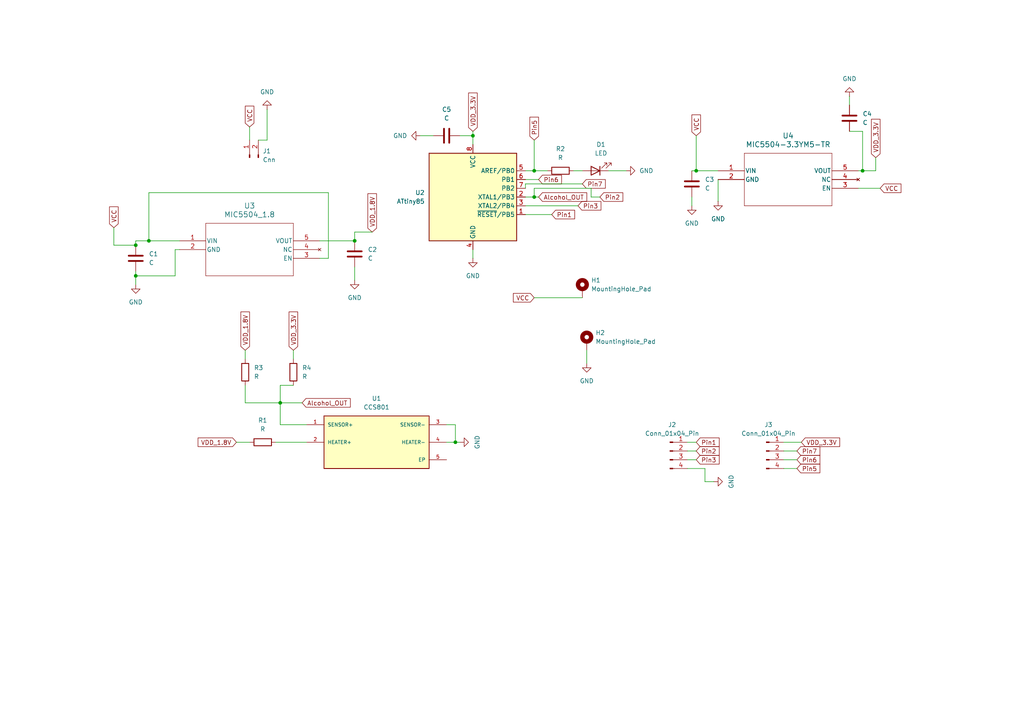
<source format=kicad_sch>
(kicad_sch (version 20231120) (generator "eeschema") (generator_version "8.0")
  (paper "A4")
  (lib_symbols
    (symbol "CCS803:CCS801" (pin_names (offset 1.016))
      (property "Reference" "U" (at -15.24 8.382 0))
      (property "Value" "CCS801" (at -15.24 -10.16 0))
      (symbol "CCS801_0_0"
        (rectangle (start -15.24 -7.62) (end 15.24 7.62) (stroke (width 0.254)) (fill (type background)))
        (pin output line (at -20.32 5.08 0) (length 5.08) (name "SENSOR+") (number "1"))
        (pin input line (at -20.32 0 0) (length 5.08) (name "HEATER+") (number "2"))
        (pin passive line (at 20.32 5.08 180) (length 5.08) (name "SENSOR-") (number "3"))
        (pin passive line (at 20.32 0 180) (length 5.08) (name "HEATER-") (number "4"))
        (pin power_in line (at 20.32 -5.08 180) (length 5.08) (name "EP") (number "5"))
      )
    )
    (symbol "Connector:Conn_01x02_Pin" (pin_names (offset 1.016) hide)
      (property "Reference" "J" (at 0 2.54 0))
      (property "Value" "Conn_01x02_Pin" (at 0 -5.08 0))
      (symbol "Conn_01x02_Pin_1_1"
        (polyline (pts (xy 1.27 -2.54) (xy 0.8636 -2.54)) (stroke (width 0.1524)))
        (polyline (pts (xy 1.27 0) (xy 0.8636 0)) (stroke (width 0.1524)))
        (rectangle (start 0.8636 -2.413) (end 0 -2.667) (stroke (width 0.1524)) (fill (type outline)))
        (rectangle (start 0.8636 0.127) (end 0 -0.127) (stroke (width 0.1524)) (fill (type outline)))
        (pin passive line (at 5.08 0 180) (length 3.81) (name "Pin_1") (number "1"))
        (pin passive line (at 5.08 -2.54 180) (length 3.81) (name "Pin_2") (number "2"))
      )
    )
    (symbol "Connector:Conn_01x04_Pin" (pin_names (offset 1.016) hide)
      (property "Reference" "J" (at 0 5.08 0))
      (property "Value" "Conn_01x04_Pin" (at 0 -7.62 0))
      (symbol "Conn_01x04_Pin_1_1"
        (polyline (pts (xy 1.27 -5.08) (xy 0.8636 -5.08)) (stroke (width 0.1524)))
        (polyline (pts (xy 1.27 -2.54) (xy 0.8636 -2.54)) (stroke (width 0.1524)))
        (polyline (pts (xy 1.27 0) (xy 0.8636 0)) (stroke (width 0.1524)))
        (polyline (pts (xy 1.27 2.54) (xy 0.8636 2.54)) (stroke (width 0.1524)))
        (rectangle (start 0.8636 -4.953) (end 0 -5.207) (stroke (width 0.1524)) (fill (type outline)))
        (rectangle (start 0.8636 -2.413) (end 0 -2.667) (stroke (width 0.1524)) (fill (type outline)))
        (rectangle (start 0.8636 0.127) (end 0 -0.127) (stroke (width 0.1524)) (fill (type outline)))
        (rectangle (start 0.8636 2.667) (end 0 2.413) (stroke (width 0.1524)) (fill (type outline)))
        (pin passive line (at 5.08 2.54 180) (length 3.81) (name "Pin_1") (number "1"))
        (pin passive line (at 5.08 0 180) (length 3.81) (name "Pin_2") (number "2"))
        (pin passive line (at 5.08 -2.54 180) (length 3.81) (name "Pin_3") (number "3"))
        (pin passive line (at 5.08 -5.08 180) (length 3.81) (name "Pin_4") (number "4"))
      )
    )
    (symbol "Device:C" (pin_numbers hide) (pin_names (offset 0.254))
      (property "Reference" "C" (at 0.635 2.54 0))
      (property "Value" "C" (at 0.635 -2.54 0))
      (symbol "C_0_1"
        (polyline (pts (xy -2.032 -0.762) (xy 2.032 -0.762)) (stroke (width 0.508)))
        (polyline (pts (xy -2.032 0.762) (xy 2.032 0.762)) (stroke (width 0.508)))
      )
      (symbol "C_1_1"
        (pin passive line (at 0 3.81 270) (length 2.794) (name "~") (number "1"))
        (pin passive line (at 0 -3.81 90) (length 2.794) (name "~") (number "2"))
      )
    )
    (symbol "Device:LED" (pin_numbers hide) (pin_names (offset 1.016) hide)
      (property "Reference" "D" (at 0 2.54 0))
      (property "Value" "LED" (at 0 -2.54 0))
      (symbol "LED_0_1"
        (polyline (pts (xy -1.27 -1.27) (xy -1.27 1.27)) (stroke (width 0.254)))
        (polyline (pts (xy -1.27 0) (xy 1.27 0)))
        (polyline (pts (xy 1.27 -1.27) (xy 1.27 1.27) (xy -1.27 0) (xy 1.27 -1.27)) (stroke (width 0.254)))
        (polyline (pts (xy -3.048 -0.762) (xy -4.572 -2.286) (xy -3.81 -2.286) (xy -4.572 -2.286) (xy -4.572 -1.524)))
        (polyline (pts (xy -1.778 -0.762) (xy -3.302 -2.286) (xy -2.54 -2.286) (xy -3.302 -2.286) (xy -3.302 -1.524)))
      )
      (symbol "LED_1_1"
        (pin passive line (at -3.81 0 0) (length 2.54) (name "K") (number "1"))
        (pin passive line (at 3.81 0 180) (length 2.54) (name "A") (number "2"))
      )
    )
    (symbol "Device:R" (pin_numbers hide) (pin_names (offset 0))
      (property "Reference" "R" (at 2.032 0 90))
      (property "Value" "R" (at 0 0 90))
      (symbol "R_0_1"
        (rectangle (start -1.016 -2.54) (end 1.016 2.54) (stroke (width 0.254)))
      )
      (symbol "R_1_1"
        (pin passive line (at 0 3.81 270) (length 1.27) (name "~") (number "1"))
        (pin passive line (at 0 -3.81 90) (length 1.27) (name "~") (number "2"))
      )
    )
    (symbol "MCU_Microchip_ATtiny:ATtiny85-20S"
      (property "Reference" "U" (at -12.7 13.97 0))
      (property "Value" "ATtiny85-20S" (at 2.54 -13.97 0))
      (symbol "ATtiny85-20S_0_1"
        (rectangle (start -12.7 -12.7) (end 12.7 12.7) (stroke (width 0.254)) (fill (type background)))
      )
      (symbol "ATtiny85-20S_1_1"
        (pin bidirectional line (at 15.24 -5.08 180) (length 2.54) (name "~{RESET}/PB5") (number "1"))
        (pin bidirectional line (at 15.24 0 180) (length 2.54) (name "XTAL1/PB3") (number "2"))
        (pin bidirectional line (at 15.24 -2.54 180) (length 2.54) (name "XTAL2/PB4") (number "3"))
        (pin power_in line (at 0 -15.24 90) (length 2.54) (name "GND") (number "4"))
        (pin bidirectional line (at 15.24 7.62 180) (length 2.54) (name "AREF/PB0") (number "5"))
        (pin bidirectional line (at 15.24 5.08 180) (length 2.54) (name "PB1") (number "6"))
        (pin bidirectional line (at 15.24 2.54 180) (length 2.54) (name "PB2") (number "7"))
        (pin power_in line (at 0 15.24 270) (length 2.54) (name "VCC") (number "8"))
      )
    )
    (symbol "MIC5504:MIC5504-3.3YM5-TR" (pin_names (offset 0.254))
      (property "Reference" "U" (at 20.32 10.16 0))
      (property "Value" "MIC5504-3.3YM5-TR" (at 20.32 7.62 0))
      (symbol "MIC5504-3.3YM5-TR_0_1"
        (polyline (pts (xy 7.62 -10.16) (xy 33.02 -10.16)) (stroke (width 0.127)))
        (polyline (pts (xy 7.62 5.08) (xy 7.62 -10.16)) (stroke (width 0.127)))
        (polyline (pts (xy 33.02 -10.16) (xy 33.02 5.08)) (stroke (width 0.127)))
        (polyline (pts (xy 33.02 5.08) (xy 7.62 5.08)) (stroke (width 0.127)))
        (pin input line (at 0 0 0) (length 7.62) (name "VIN") (number "1"))
        (pin power_in line (at 0 -2.54 0) (length 7.62) (name "GND") (number "2"))
        (pin input line (at 40.64 -5.08 180) (length 7.62) (name "EN") (number "3"))
        (pin no_connect line (at 40.64 -2.54 180) (length 7.62) (name "NC") (number "4"))
        (pin output line (at 40.64 0 180) (length 7.62) (name "VOUT") (number "5"))
      )
    )
    (symbol "MIC5504_1.8V:MIC5504-1.8YM5-TR" (pin_names (offset 0.254))
      (property "Reference" "U" (at 20.32 10.16 0))
      (property "Value" "MIC5504-1.8YM5-TR" (at 20.32 7.62 0))
      (symbol "MIC5504-1.8YM5-TR_0_1"
        (polyline (pts (xy 7.62 -10.16) (xy 33.02 -10.16)) (stroke (width 0.127)))
        (polyline (pts (xy 7.62 5.08) (xy 7.62 -10.16)) (stroke (width 0.127)))
        (polyline (pts (xy 33.02 -10.16) (xy 33.02 5.08)) (stroke (width 0.127)))
        (polyline (pts (xy 33.02 5.08) (xy 7.62 5.08)) (stroke (width 0.127)))
        (pin power_in line (at 0 0 0) (length 7.62) (name "VIN") (number "1"))
        (pin power_out line (at 0 -2.54 0) (length 7.62) (name "GND") (number "2"))
        (pin input line (at 40.64 -5.08 180) (length 7.62) (name "EN") (number "3"))
        (pin no_connect line (at 40.64 -2.54 180) (length 7.62) (name "NC") (number "4"))
        (pin output line (at 40.64 0 180) (length 7.62) (name "VOUT") (number "5"))
      )
    )
    (symbol "Mechanical:MountingHole_Pad" (pin_numbers hide) (pin_names (offset 1.016) hide) (exclude_from_sim yes) (in_bom no)
      (property "Reference" "H" (at 0 6.35 0))
      (property "Value" "MountingHole_Pad" (at 0 4.445 0))
      (symbol "MountingHole_Pad_0_1"
        (circle (center 0 1.27) (radius 1.27) (stroke (width 1.27)))
      )
      (symbol "MountingHole_Pad_1_1"
        (pin input line (at 0 -2.54 90) (length 2.54) (name "1") (number "1"))
      )
    )
    (symbol "power:GND" (power) (pin_numbers hide) (pin_names (offset 0) hide)
      (property "Value" "GND" (at 0 -3.81 0))
      (symbol "GND_0_1"
        (polyline (pts (xy 0 0) (xy 0 -1.27) (xy 1.27 -1.27) (xy 0 -2.54) (xy -1.27 -1.27) (xy 0 -1.27)))
      )
      (symbol "GND_1_1"
        (pin power_in line (at 0 0 270) (length 0) (name "~") (number "1"))
      )
    )
  )
  (junction (at 132.08 128.27))
  (junction (at 39.37 71.12))
  (junction (at 201.93 49.53))
  (junction (at 154.94 57.15))
  (junction (at 250.19 49.53))
  (junction (at 43.18 69.85))
  (junction (at 102.87 69.85))
  (junction (at 154.94 49.53))
  (junction (at 137.16 39.37))
  (junction (at 81.28 116.84))
  (junction (at 39.37 80.01))
  (wire (pts (xy 227.33 135.89) (xy 231.14 135.89)))
  (wire (pts (xy 199.39 128.27) (xy 201.93 128.27)))
  (wire (pts (xy 68.58 128.27) (xy 72.39 128.27)))
  (wire (pts (xy 80.01 128.27) (xy 88.9 128.27)))
  (wire (pts (xy 92.71 74.93) (xy 95.25 74.93)))
  (wire (pts (xy 132.08 128.27) (xy 133.35 128.27)))
  (wire (pts (xy 204.47 139.7) (xy 207.01 139.7)))
  (wire (pts (xy 85.09 101.6) (xy 85.09 104.14)))
  (wire (pts (xy 81.28 111.76) (xy 81.28 116.84)))
  (wire (pts (xy 102.87 77.47) (xy 102.87 81.28)))
  (wire (pts (xy 39.37 71.12) (xy 39.37 69.85)))
  (wire (pts (xy 137.16 38.1) (xy 137.16 39.37)))
  (wire (pts (xy 199.39 133.35) (xy 201.93 133.35)))
  (wire (pts (xy 107.95 67.31) (xy 102.87 67.31)))
  (wire (pts (xy 227.33 133.35) (xy 231.14 133.35)))
  (wire (pts (xy 50.8 72.39) (xy 50.8 80.01)))
  (wire (pts (xy 152.4 53.34) (xy 152.4 54.61)))
  (wire (pts (xy 154.94 40.64) (xy 154.94 49.53)))
  (wire (pts (xy 152.4 52.07) (xy 156.21 52.07)))
  (wire (pts (xy 250.19 38.1) (xy 250.19 49.53)))
  (wire (pts (xy 254 45.72) (xy 254 49.53)))
  (wire (pts (xy 246.38 38.1) (xy 250.19 38.1)))
  (wire (pts (xy 77.47 40.64) (xy 74.93 40.64)))
  (wire (pts (xy 33.02 66.04) (xy 33.02 71.12)))
  (wire (pts (xy 204.47 139.7) (xy 204.47 135.89)))
  (wire (pts (xy 227.33 128.27) (xy 232.41 128.27)))
  (wire (pts (xy 102.87 67.31) (xy 102.87 69.85)))
  (wire (pts (xy 170.18 101.6) (xy 170.18 105.41)))
  (wire (pts (xy 33.02 71.12) (xy 39.37 71.12)))
  (wire (pts (xy 248.92 54.61) (xy 255.27 54.61)))
  (wire (pts (xy 152.4 57.15) (xy 154.94 57.15)))
  (wire (pts (xy 71.12 116.84) (xy 81.28 116.84)))
  (wire (pts (xy 43.18 69.85) (xy 52.07 69.85)))
  (wire (pts (xy 88.9 123.19) (xy 81.28 123.19)))
  (wire (pts (xy 199.39 135.89) (xy 204.47 135.89)))
  (wire (pts (xy 201.93 49.53) (xy 208.28 49.53)))
  (wire (pts (xy 95.25 55.88) (xy 43.18 55.88)))
  (wire (pts (xy 39.37 69.85) (xy 43.18 69.85)))
  (wire (pts (xy 168.91 53.34) (xy 152.4 53.34)))
  (wire (pts (xy 85.09 111.76) (xy 81.28 111.76)))
  (wire (pts (xy 132.08 123.19) (xy 132.08 128.27)))
  (wire (pts (xy 52.07 72.39) (xy 50.8 72.39)))
  (wire (pts (xy 201.93 39.37) (xy 201.93 49.53)))
  (wire (pts (xy 250.19 49.53) (xy 248.92 49.53)))
  (wire (pts (xy 121.92 39.37) (xy 125.73 39.37)))
  (wire (pts (xy 208.28 52.07) (xy 208.28 58.42)))
  (wire (pts (xy 173.99 57.15) (xy 171.45 57.15)))
  (wire (pts (xy 152.4 49.53) (xy 154.94 49.53)))
  (wire (pts (xy 50.8 80.01) (xy 39.37 80.01)))
  (wire (pts (xy 171.45 54.61) (xy 154.94 54.61)))
  (wire (pts (xy 152.4 59.69) (xy 167.64 59.69)))
  (wire (pts (xy 71.12 101.6) (xy 71.12 104.14)))
  (wire (pts (xy 43.18 55.88) (xy 43.18 69.85)))
  (wire (pts (xy 200.66 57.15) (xy 200.66 59.69)))
  (wire (pts (xy 254 49.53) (xy 250.19 49.53)))
  (wire (pts (xy 39.37 80.01) (xy 39.37 82.55)))
  (wire (pts (xy 129.54 123.19) (xy 132.08 123.19)))
  (wire (pts (xy 81.28 116.84) (xy 87.63 116.84)))
  (wire (pts (xy 133.35 39.37) (xy 137.16 39.37)))
  (wire (pts (xy 199.39 130.81) (xy 201.93 130.81)))
  (wire (pts (xy 171.45 57.15) (xy 171.45 54.61)))
  (wire (pts (xy 137.16 72.39) (xy 137.16 74.93)))
  (wire (pts (xy 166.37 49.53) (xy 168.91 49.53)))
  (wire (pts (xy 39.37 78.74) (xy 39.37 80.01)))
  (wire (pts (xy 154.94 54.61) (xy 154.94 57.15)))
  (wire (pts (xy 246.38 27.94) (xy 246.38 30.48)))
  (wire (pts (xy 154.94 49.53) (xy 158.75 49.53)))
  (wire (pts (xy 154.94 57.15) (xy 156.21 57.15)))
  (wire (pts (xy 72.39 36.83) (xy 72.39 40.64)))
  (wire (pts (xy 137.16 39.37) (xy 137.16 41.91)))
  (wire (pts (xy 200.66 49.53) (xy 201.93 49.53)))
  (wire (pts (xy 154.94 86.36) (xy 168.91 86.36)))
  (wire (pts (xy 129.54 128.27) (xy 132.08 128.27)))
  (wire (pts (xy 71.12 111.76) (xy 71.12 116.84)))
  (wire (pts (xy 152.4 62.23) (xy 160.02 62.23)))
  (wire (pts (xy 176.53 49.53) (xy 181.61 49.53)))
  (wire (pts (xy 95.25 74.93) (xy 95.25 55.88)))
  (wire (pts (xy 92.71 69.85) (xy 102.87 69.85)))
  (wire (pts (xy 77.47 31.75) (xy 77.47 40.64)))
  (wire (pts (xy 81.28 123.19) (xy 81.28 116.84)))
  (wire (pts (xy 227.33 130.81) (xy 231.14 130.81)))
  (global_label "Alcohol_OUT" (shape input) (at 156.21 57.15 0) (property "Intersheetrefs" "${INTERSHEET_REFS}" (effects (hide yes))))
  (global_label "VDD_3.3V" (shape input) (at 137.16 38.1 90) (property "Intersheetrefs" "${INTERSHEET_REFS}" (effects (hide yes))))
  (global_label "Pin6" (shape input) (at 156.21 52.07 0) (property "Intersheetrefs" "${INTERSHEET_REFS}" (effects (hide yes))))
  (global_label "VCC" (shape input) (at 33.02 66.04 90) (property "Intersheetrefs" "${INTERSHEET_REFS}" (effects (hide yes))))
  (global_label "VDD_1.8V" (shape input) (at 68.58 128.27 180) (property "Intersheetrefs" "${INTERSHEET_REFS}" (effects (hide yes))))
  (global_label "Pin7" (shape input) (at 231.14 130.81 0) (property "Intersheetrefs" "${INTERSHEET_REFS}" (effects (hide yes))))
  (global_label "VCC" (shape input) (at 201.93 39.37 90) (property "Intersheetrefs" "${INTERSHEET_REFS}" (effects (hide yes))))
  (global_label "Pin2" (shape input) (at 201.93 130.81 0) (property "Intersheetrefs" "${INTERSHEET_REFS}" (effects (hide yes))))
  (global_label "Pin6" (shape input) (at 231.14 133.35 0) (property "Intersheetrefs" "${INTERSHEET_REFS}" (effects (hide yes))))
  (global_label "VCC" (shape input) (at 72.39 36.83 90) (property "Intersheetrefs" "${INTERSHEET_REFS}" (effects (hide yes))))
  (global_label "VCC" (shape input) (at 255.27 54.61 0) (property "Intersheetrefs" "${INTERSHEET_REFS}" (effects (hide yes))))
  (global_label "Pin2" (shape input) (at 173.99 57.15 0) (property "Intersheetrefs" "${INTERSHEET_REFS}" (effects (hide yes))))
  (global_label "Pin1" (shape input) (at 160.02 62.23 0) (property "Intersheetrefs" "${INTERSHEET_REFS}" (effects (hide yes))))
  (global_label "VDD_3.3V" (shape input) (at 254 45.72 90) (property "Intersheetrefs" "${INTERSHEET_REFS}" (effects (hide yes))))
  (global_label "Alcohol_OUT" (shape input) (at 87.63 116.84 0) (property "Intersheetrefs" "${INTERSHEET_REFS}" (effects (hide yes))))
  (global_label "Pin5" (shape input) (at 154.94 40.64 90) (property "Intersheetrefs" "${INTERSHEET_REFS}" (effects (hide yes))))
  (global_label "Pin7" (shape input) (at 168.91 53.34 0) (property "Intersheetrefs" "${INTERSHEET_REFS}" (effects (hide yes))))
  (global_label "VCC" (shape input) (at 154.94 86.36 180) (property "Intersheetrefs" "${INTERSHEET_REFS}" (effects (hide yes))))
  (global_label "Pin5" (shape input) (at 231.14 135.89 0) (property "Intersheetrefs" "${INTERSHEET_REFS}" (effects (hide yes))))
  (global_label "Pin3" (shape input) (at 167.64 59.69 0) (property "Intersheetrefs" "${INTERSHEET_REFS}" (effects (hide yes))))
  (global_label "VDD_3.3V" (shape input) (at 85.09 101.6 90) (property "Intersheetrefs" "${INTERSHEET_REFS}" (effects (hide yes))))
  (global_label "Pin1" (shape input) (at 201.93 128.27 0) (property "Intersheetrefs" "${INTERSHEET_REFS}" (effects (hide yes))))
  (global_label "VDD_1.8V" (shape input) (at 71.12 101.6 90) (property "Intersheetrefs" "${INTERSHEET_REFS}" (effects (hide yes))))
  (global_label "Pin3" (shape input) (at 201.93 133.35 0) (property "Intersheetrefs" "${INTERSHEET_REFS}" (effects (hide yes))))
  (global_label "VDD_1.8V" (shape input) (at 107.95 67.31 90) (property "Intersheetrefs" "${INTERSHEET_REFS}" (effects (hide yes))))
  (global_label "VDD_3.3V" (shape input) (at 232.41 128.27 0) (property "Intersheetrefs" "${INTERSHEET_REFS}" (effects (hide yes))))
  (symbol (lib_id "power:GND") (at 102.87 81.28 0) (unit 1)
    (property "Reference" "#PWR06" (effects (hide yes)))
    (property "Value" "GND" (at 102.87 86.36 0))
    (property "Description" "Power symbol creates a global label with name \"GND\" , ground" (effects (hide yes)))
  )
  (symbol (lib_id "Device:C") (at 102.87 73.66 0) (unit 1)
    (property "Reference" "C2" (at 106.68 72.3899 0) (effects (justify left)))
    (property "Value" "C" (at 106.68 74.9299 0) (effects (justify left)))
    (property "Footprint" "Capacitor_SMD:C_0603_1608Metric_Pad1.08x0.95mm_HandSolder" (effects (hide yes)))
    (property "Description" "Unpolarized capacitor" (effects (hide yes)))
  )
  (symbol (lib_id "power:GND") (at 121.92 39.37 270) (unit 1)
    (property "Reference" "#PWR012" (effects (hide yes)))
    (property "Value" "GND" (at 118.11 39.3699 90) (effects (justify right)))
    (property "Description" "Power symbol creates a global label with name \"GND\" , ground" (effects (hide yes)))
  )
  (symbol (lib_id "Device:LED") (at 172.72 49.53 180) (unit 1)
    (property "Reference" "D1" (at 174.3075 41.91 0))
    (property "Value" "LED" (at 174.3075 44.45 0))
    (property "Footprint" "LED_SMD:LED_0805_2012Metric_Pad1.15x1.40mm_HandSolder" (effects (hide yes)))
    (property "Description" "Light emitting diode" (effects (hide yes)))
  )
  (symbol (lib_id "power:GND") (at 133.35 128.27 90) (unit 1)
    (property "Reference" "#PWR02" (effects (hide yes)))
    (property "Value" "GND" (at 138.43 128.27 0))
    (property "Description" "Power symbol creates a global label with name \"GND\" , ground" (effects (hide yes)))
  )
  (symbol (lib_id "power:GND") (at 170.18 105.41 0) (unit 1)
    (property "Reference" "#PWR07" (effects (hide yes)))
    (property "Value" "GND" (at 170.18 110.49 0))
    (property "Description" "Power symbol creates a global label with name \"GND\" , ground" (effects (hide yes)))
  )
  (symbol (lib_id "Mechanical:MountingHole_Pad") (at 168.91 83.82 0) (unit 1) (exclude_from_sim yes) (in_bom no)
    (property "Reference" "H1" (at 171.45 81.2799 0) (effects (justify left)))
    (property "Value" "MountingHole_Pad" (at 171.45 83.8199 0) (effects (justify left)))
    (property "Footprint" "MountingHole:MT_Hole" (effects (hide yes)))
    (property "Description" "Mounting Hole with connection" (effects (hide yes)))
  )
  (symbol (lib_id "power:GND") (at 39.37 82.55 0) (unit 1)
    (property "Reference" "#PWR05" (effects (hide yes)))
    (property "Value" "GND" (at 39.37 87.63 0))
    (property "Description" "Power symbol creates a global label with name \"GND\" , ground" (effects (hide yes)))
  )
  (symbol (lib_id "Device:C") (at 129.54 39.37 90) (unit 1)
    (property "Reference" "C5" (at 129.54 31.75 90))
    (property "Value" "C" (at 129.54 34.29 90))
    (property "Footprint" "Capacitor_SMD:C_0603_1608Metric_Pad1.08x0.95mm_HandSolder" (effects (hide yes)))
    (property "Description" "Unpolarized capacitor" (effects (hide yes)))
  )
  (symbol (lib_id "Device:C") (at 39.37 74.93 0) (unit 1)
    (property "Reference" "C1" (at 43.18 73.6599 0) (effects (justify left)))
    (property "Value" "C" (at 43.18 76.1999 0) (effects (justify left)))
    (property "Footprint" "Capacitor_SMD:C_0603_1608Metric_Pad1.08x0.95mm_HandSolder" (effects (hide yes)))
    (property "Description" "Unpolarized capacitor" (effects (hide yes)))
  )
  (symbol (lib_id "power:GND") (at 77.47 31.75 180) (unit 1)
    (property "Reference" "#PWR01" (effects (hide yes)))
    (property "Value" "GND" (at 77.47 26.67 0))
    (property "Description" "Power symbol creates a global label with name \"GND\" , ground" (effects (hide yes)))
  )
  (symbol (lib_id "MIC5504:MIC5504-3.3YM5-TR") (at 208.28 49.53 0) (unit 1)
    (property "Reference" "U4" (at 228.6 39.37 0) (effects (font (size 1.524 1.524))))
    (property "Value" "MIC5504-3.3YM5-TR" (at 228.6 41.91 0) (effects (font (size 1.524 1.524))))
    (property "Footprint" "SOT-23-5_MC_MCH" (effects (hide yes)))
    (property "Datasheet" "MIC5504-3.3YM5-TR" (effects (hide yes)))
  )
  (symbol (lib_id "Device:C") (at 246.38 34.29 180) (unit 1)
    (property "Reference" "C4" (at 250.19 33.0199 0) (effects (justify right)))
    (property "Value" "C" (at 250.19 35.5599 0) (effects (justify right)))
    (property "Footprint" "Capacitor_SMD:C_0603_1608Metric_Pad1.08x0.95mm_HandSolder" (effects (hide yes)))
    (property "Description" "Unpolarized capacitor" (effects (hide yes)))
  )
  (symbol (lib_id "Connector:Conn_01x04_Pin") (at 222.25 130.81 0) (unit 1)
    (property "Reference" "J3" (at 222.885 123.19 0))
    (property "Value" "Conn_01x04_Pin" (at 222.885 125.73 0))
    (property "Footprint" "Connector_PinHeader_1.27mm:PinHeader_1x04_P1.27mm_Vertical" (effects (hide yes)))
    (property "Description" "Generic connector, single row, 01x04, script generated" (effects (hide yes)))
  )
  (symbol (lib_id "power:GND") (at 246.38 27.94 180) (unit 1)
    (property "Reference" "#PWR010" (effects (hide yes)))
    (property "Value" "GND" (at 246.38 22.86 0))
    (property "Description" "Power symbol creates a global label with name \"GND\" , ground" (effects (hide yes)))
  )
  (symbol (lib_id "Device:R") (at 71.12 107.95 0) (unit 1)
    (property "Reference" "R3" (at 73.66 106.6799 0) (effects (justify left)))
    (property "Value" "R" (at 73.66 109.2199 0) (effects (justify left)))
    (property "Footprint" "Resistor_SMD:R_0603_1608Metric_Pad0.98x0.95mm_HandSolder" (effects (hide yes)))
    (property "Description" "Resistor" (effects (hide yes)))
  )
  (symbol (lib_id "power:GND") (at 137.16 74.93 0) (unit 1)
    (property "Reference" "#PWR03" (effects (hide yes)))
    (property "Value" "GND" (at 137.16 80.01 0))
    (property "Description" "Power symbol creates a global label with name \"GND\" , ground" (effects (hide yes)))
  )
  (symbol (lib_id "Mechanical:MountingHole_Pad") (at 170.18 99.06 0) (unit 1) (exclude_from_sim yes) (in_bom no)
    (property "Reference" "H2" (at 172.72 96.5199 0) (effects (justify left)))
    (property "Value" "MountingHole_Pad" (at 172.72 99.0599 0) (effects (justify left)))
    (property "Footprint" "MountingHole:MT_Hole" (effects (hide yes)))
    (property "Description" "Mounting Hole with connection" (effects (hide yes)))
  )
  (symbol (lib_id "MCU_Microchip_ATtiny:ATtiny85-20S") (at 137.16 57.15 0) (unit 1)
    (property "Reference" "U2" (at 123.19 55.8799 0) (effects (justify right)))
    (property "Value" "ATtiny85" (at 123.19 58.4199 0) (effects (justify right)))
    (property "Footprint" "Package_SO:SOIC-8W_5.3x5.3mm_P1.27mm" (effects (hide yes)))
    (property "Datasheet" "http://ww1.microchip.com/downloads/en/DeviceDoc/atmel-2586-avr-8-bit-microcontroller-attiny25-attiny45-attiny85_datasheet.pdf" (effects (hide yes)))
    (property "Description" "20MHz, 8kB Flash, 512B SRAM, 512B EEPROM, debugWIRE, SOIC-8W" (effects (hide yes)))
  )
  (symbol (lib_id "power:GND") (at 181.61 49.53 90) (unit 1)
    (property "Reference" "#PWR04" (effects (hide yes)))
    (property "Value" "GND" (at 185.42 49.5299 90) (effects (justify right)))
    (property "Description" "Power symbol creates a global label with name \"GND\" , ground" (effects (hide yes)))
  )
  (symbol (lib_id "Device:C") (at 200.66 53.34 0) (unit 1)
    (property "Reference" "C3" (at 204.47 52.0699 0) (effects (justify left)))
    (property "Value" "C" (at 204.47 54.6099 0) (effects (justify left)))
    (property "Footprint" "Capacitor_SMD:C_0603_1608Metric_Pad1.08x0.95mm_HandSolder" (effects (hide yes)))
    (property "Description" "Unpolarized capacitor" (effects (hide yes)))
  )
  (symbol (lib_id "power:GND") (at 208.28 58.42 0) (unit 1)
    (property "Reference" "#PWR08" (effects (hide yes)))
    (property "Value" "GND" (at 208.28 63.5 0))
    (property "Description" "Power symbol creates a global label with name \"GND\" , ground" (effects (hide yes)))
  )
  (symbol (lib_id "power:GND") (at 207.01 139.7 90) (unit 1)
    (property "Reference" "#PWR011" (effects (hide yes)))
    (property "Value" "GND" (at 212.09 139.7 0))
    (property "Description" "Power symbol creates a global label with name \"GND\" , ground" (effects (hide yes)))
  )
  (symbol (lib_id "Device:R") (at 76.2 128.27 270) (unit 1)
    (property "Reference" "R1" (at 76.2 121.92 90))
    (property "Value" "R" (at 76.2 124.46 90))
    (property "Footprint" "Resistor_SMD:R_0603_1608Metric_Pad0.98x0.95mm_HandSolder" (effects (hide yes)))
    (property "Description" "Resistor" (effects (hide yes)))
  )
  (symbol (lib_id "Connector:Conn_01x04_Pin") (at 194.31 130.81 0) (unit 1)
    (property "Reference" "J2" (at 194.945 123.19 0))
    (property "Value" "Conn_01x04_Pin" (at 194.945 125.73 0))
    (property "Footprint" "Connector_PinHeader_1.27mm:PinHeader_1x04_P1.27mm_Vertical" (effects (hide yes)))
    (property "Description" "Generic connector, single row, 01x04, script generated" (effects (hide yes)))
  )
  (symbol (lib_id "Device:R") (at 85.09 107.95 0) (unit 1)
    (property "Reference" "R4" (at 87.63 106.6799 0) (effects (justify left)))
    (property "Value" "R" (at 87.63 109.2199 0) (effects (justify left)))
    (property "Footprint" "Resistor_SMD:R_0603_1608Metric_Pad0.98x0.95mm_HandSolder" (effects (hide yes)))
    (property "Description" "Resistor" (effects (hide yes)))
  )
  (symbol (lib_id "power:GND") (at 200.66 59.69 0) (unit 1)
    (property "Reference" "#PWR09" (effects (hide yes)))
    (property "Value" "GND" (at 200.66 64.77 0))
    (property "Description" "Power symbol creates a global label with name \"GND\" , ground" (effects (hide yes)))
  )
  (symbol (lib_id "Device:R") (at 162.56 49.53 270) (unit 1)
    (property "Reference" "R2" (at 162.56 43.18 90))
    (property "Value" "R" (at 162.56 45.72 90))
    (property "Footprint" "Resistor_SMD:R_0603_1608Metric_Pad0.98x0.95mm_HandSolder" (effects (hide yes)))
    (property "Description" "Resistor" (effects (hide yes)))
  )
  (symbol (lib_id "CCS803:CCS801") (at 109.22 128.27 0) (unit 1)
    (property "Reference" "U1" (at 109.22 115.57 0))
    (property "Value" "CCS801" (at 109.22 118.11 0))
    (property "Footprint" "CCS803:XDCR_CCS801" (effects (hide yes)))
    (property "PARTREV" "v1-04" (effects (hide yes)))
    (property "STANDARD" "Manufacturer Recommendations" (effects (hide yes)))
    (property "MANUFACTURER" "AMS" (effects (hide yes)))
  )
  (symbol (lib_id "MIC5504_1.8V:MIC5504-1.8YM5-TR") (at 52.07 69.85 0) (unit 1)
    (property "Reference" "U3" (at 72.39 59.69 0) (effects (font (size 1.524 1.524))))
    (property "Value" "MIC5504_1.8" (at 72.39 62.23 0) (effects (font (size 1.524 1.524))))
    (property "Footprint" "SOT23-5LD-PL-1_MCH" (effects (hide yes)))
    (property "Datasheet" "MIC5504-1.8YM5-TR" (effects (hide yes)))
  )
  (symbol (lib_id "Connector:Conn_01x02_Pin") (at 72.39 45.72 90) (unit 1)
    (property "Reference" "J1" (at 76.2 43.8149 90) (effects (justify right)))
    (property "Value" "Cnn" (at 76.2 46.3549 90) (effects (justify right)))
    (property "Footprint" "Connector_PinHeader_2.54mm:PinHeader_1x02_P2.54mm_Vertical" (effects (hide yes)))
    (property "Description" "Generic connector, single row, 01x02, script generated" (effects (hide yes)))
  )
)
</source>
